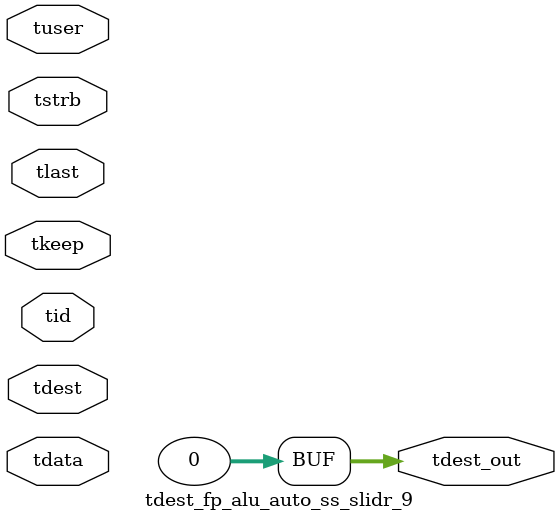
<source format=v>


`timescale 1ps/1ps

module tdest_fp_alu_auto_ss_slidr_9 #
(
parameter C_S_AXIS_TDATA_WIDTH = 32,
parameter C_S_AXIS_TUSER_WIDTH = 0,
parameter C_S_AXIS_TID_WIDTH   = 0,
parameter C_S_AXIS_TDEST_WIDTH = 0,
parameter C_M_AXIS_TDEST_WIDTH = 32
)
(
input  [(C_S_AXIS_TDATA_WIDTH == 0 ? 1 : C_S_AXIS_TDATA_WIDTH)-1:0     ] tdata,
input  [(C_S_AXIS_TUSER_WIDTH == 0 ? 1 : C_S_AXIS_TUSER_WIDTH)-1:0     ] tuser,
input  [(C_S_AXIS_TID_WIDTH   == 0 ? 1 : C_S_AXIS_TID_WIDTH)-1:0       ] tid,
input  [(C_S_AXIS_TDEST_WIDTH == 0 ? 1 : C_S_AXIS_TDEST_WIDTH)-1:0     ] tdest,
input  [(C_S_AXIS_TDATA_WIDTH/8)-1:0 ] tkeep,
input  [(C_S_AXIS_TDATA_WIDTH/8)-1:0 ] tstrb,
input                                                                    tlast,
output [C_M_AXIS_TDEST_WIDTH-1:0] tdest_out
);

assign tdest_out = {1'b0};

endmodule


</source>
